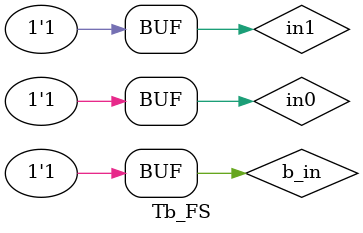
<source format=v>
`timescale 1ns / 1ps


module Tb_FS();
    reg b_in;
    reg in0; 
    reg in1; 
    
    wire b_out;
    wire d;
    
    Full_Subtractor sim(.Br_out(b_out), .D(d), .Br_in(b_in), .in0(in0), .in1(in1));
    
    initial
    begin
        b_in=0;
        in0=0;
        in1=0;
    end
    
    initial
    begin
        #100 b_in=0; in0=0; in1=1;
        #100 b_in=0; in0=1; in1=0;
        #100 b_in=0; in0=1; in1=1;
        #100 b_in=1; in0=0; in1=0;
        #100 b_in=1; in0=0; in1=1;
        #100 b_in=1; in0=1; in1=0;
        #100 b_in=1; in0=1; in1=1;
    end
endmodule

</source>
